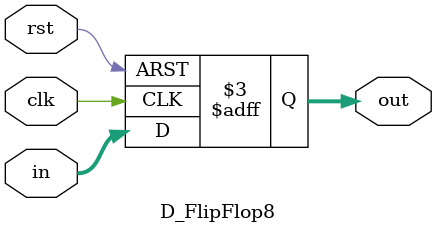
<source format=v>
module D_FlipFlop8(clk,rst,in,out);
input clk,rst;
input[7:0]in;
output reg [7:0]out;

always @(posedge clk or negedge rst)
if(!rst)
	out<=0;
else
	out<=in;
	
	
endmodule

</source>
